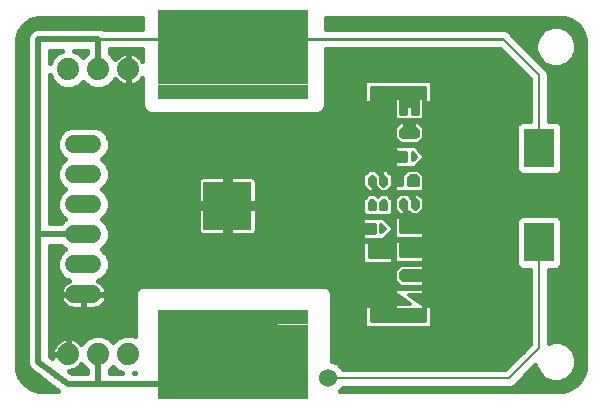
<source format=gbl>
G75*
G70*
%OFA0B0*%
%FSLAX24Y24*%
%IPPOS*%
%LPD*%
%AMOC8*
5,1,8,0,0,1.08239X$1,22.5*
%
%ADD10R,0.5000X0.2000*%
%ADD11R,0.4000X0.2000*%
%ADD12R,0.5000X0.2500*%
%ADD13R,0.5000X0.0500*%
%ADD14C,0.0600*%
%ADD15R,0.2000X0.2000*%
%ADD16R,0.1600X0.1600*%
%ADD17R,0.0984X0.1260*%
%ADD18C,0.0740*%
%ADD19C,0.0200*%
%ADD20C,0.0070*%
%ADD21C,0.0100*%
%ADD22C,0.0160*%
%ADD23C,0.0600*%
%ADD24C,0.0120*%
D10*
X008340Y011688D03*
D11*
X007840Y001688D03*
D12*
X008340Y001438D03*
X008340Y011938D03*
D13*
X008340Y010438D03*
X008340Y002938D03*
D14*
X003640Y003688D02*
X003040Y003688D01*
X003040Y004688D02*
X003640Y004688D01*
X003640Y005688D02*
X003040Y005688D01*
X003040Y006688D02*
X003640Y006688D01*
X003640Y007688D02*
X003040Y007688D01*
X003040Y008688D02*
X003640Y008688D01*
D15*
X008140Y011688D03*
X008140Y001588D03*
D16*
X008140Y006638D03*
D17*
X018540Y005414D03*
X018540Y008563D03*
D18*
X004840Y011188D03*
X003840Y011188D03*
X002840Y011188D03*
X002840Y001688D03*
X003840Y001688D03*
X004840Y001688D03*
D19*
X003840Y001688D02*
X003840Y000688D01*
X007840Y000688D01*
X003840Y000688D02*
X002840Y000688D01*
X001840Y001438D01*
X001840Y005688D01*
X003340Y005688D01*
X001840Y005688D02*
X001840Y012188D01*
X003840Y012188D01*
X003840Y011188D01*
D20*
X017340Y012188D02*
X018540Y010988D01*
X018540Y008563D01*
X018540Y005414D02*
X018540Y001888D01*
X017540Y000888D01*
X011490Y000888D01*
X008140Y000988D02*
X008140Y001588D01*
X008140Y000988D02*
X007840Y000688D01*
D21*
X003840Y012188D02*
X017340Y012188D01*
D22*
X001130Y001175D02*
X001211Y000926D01*
X001365Y000714D01*
X001578Y000560D01*
X001827Y000479D01*
X001958Y000468D01*
X002500Y000468D01*
X001650Y001106D01*
X001625Y001116D01*
X001590Y001151D01*
X001552Y001180D01*
X001537Y001203D01*
X001518Y001223D01*
X001499Y001268D01*
X001474Y001310D01*
X001471Y001337D01*
X001460Y001363D01*
X001460Y001411D01*
X001453Y001459D01*
X001460Y001486D01*
X001460Y005764D01*
X001460Y012113D01*
X001460Y012264D01*
X001518Y012404D01*
X001625Y012510D01*
X001764Y012568D01*
X003764Y012568D01*
X003916Y012568D01*
X004036Y012518D01*
X005310Y012518D01*
X005310Y012908D01*
X002014Y012908D01*
X001988Y012908D01*
X001958Y012908D01*
X001827Y012898D01*
X001578Y012817D01*
X001365Y012663D01*
X001211Y012451D01*
X001130Y012201D01*
X001120Y012070D01*
X001120Y001362D01*
X001120Y001349D01*
X001120Y001306D01*
X001130Y001175D01*
X001142Y001141D02*
X001600Y001141D01*
X001481Y001299D02*
X001121Y001299D01*
X001120Y001458D02*
X001453Y001458D01*
X001460Y001616D02*
X001120Y001616D01*
X001120Y001775D02*
X001460Y001775D01*
X001460Y001933D02*
X001120Y001933D01*
X001120Y002092D02*
X001460Y002092D01*
X001460Y002251D02*
X001120Y002251D01*
X001120Y002409D02*
X001460Y002409D01*
X001460Y002568D02*
X001120Y002568D01*
X001120Y002726D02*
X001460Y002726D01*
X001460Y002885D02*
X001120Y002885D01*
X001120Y003043D02*
X001460Y003043D01*
X001460Y003202D02*
X001120Y003202D01*
X001120Y003360D02*
X001460Y003360D01*
X001460Y003519D02*
X001120Y003519D01*
X001120Y003677D02*
X001460Y003677D01*
X001460Y003836D02*
X001120Y003836D01*
X001120Y003994D02*
X001460Y003994D01*
X001460Y004153D02*
X001120Y004153D01*
X001120Y004312D02*
X001460Y004312D01*
X001460Y004470D02*
X001120Y004470D01*
X001120Y004629D02*
X001460Y004629D01*
X001460Y004787D02*
X001120Y004787D01*
X001120Y004946D02*
X001460Y004946D01*
X001460Y005104D02*
X001120Y005104D01*
X001120Y005263D02*
X001460Y005263D01*
X001460Y005421D02*
X001120Y005421D01*
X001120Y005580D02*
X001460Y005580D01*
X001460Y005738D02*
X001120Y005738D01*
X001120Y005897D02*
X001460Y005897D01*
X001460Y006056D02*
X001120Y006056D01*
X001120Y006214D02*
X001460Y006214D01*
X001460Y006373D02*
X001120Y006373D01*
X001120Y006531D02*
X001460Y006531D01*
X001460Y006690D02*
X001120Y006690D01*
X001120Y006848D02*
X001460Y006848D01*
X001460Y007007D02*
X001120Y007007D01*
X001120Y007165D02*
X001460Y007165D01*
X001460Y007324D02*
X001120Y007324D01*
X001120Y007482D02*
X001460Y007482D01*
X001460Y007641D02*
X001120Y007641D01*
X001120Y007800D02*
X001460Y007800D01*
X001460Y007958D02*
X001120Y007958D01*
X001120Y008117D02*
X001460Y008117D01*
X001460Y008275D02*
X001120Y008275D01*
X001120Y008434D02*
X001460Y008434D01*
X001460Y008592D02*
X001120Y008592D01*
X001120Y008751D02*
X001460Y008751D01*
X001460Y008909D02*
X001120Y008909D01*
X001120Y009068D02*
X001460Y009068D01*
X001460Y009226D02*
X001120Y009226D01*
X001120Y009385D02*
X001460Y009385D01*
X001460Y009544D02*
X001120Y009544D01*
X001120Y009702D02*
X001460Y009702D01*
X001460Y009861D02*
X001120Y009861D01*
X001120Y010019D02*
X001460Y010019D01*
X001460Y010178D02*
X001120Y010178D01*
X001120Y010336D02*
X001460Y010336D01*
X001460Y010495D02*
X001120Y010495D01*
X001120Y010653D02*
X001460Y010653D01*
X001460Y010812D02*
X001120Y010812D01*
X001120Y010970D02*
X001460Y010970D01*
X001460Y011129D02*
X001120Y011129D01*
X001120Y011287D02*
X001460Y011287D01*
X001460Y011446D02*
X001120Y011446D01*
X001120Y011605D02*
X001460Y011605D01*
X001460Y011763D02*
X001120Y011763D01*
X001120Y011922D02*
X001460Y011922D01*
X001460Y012080D02*
X001121Y012080D01*
X001142Y012239D02*
X001460Y012239D01*
X001515Y012397D02*
X001194Y012397D01*
X001288Y012556D02*
X001734Y012556D01*
X001436Y012714D02*
X005310Y012714D01*
X005310Y012873D02*
X001750Y012873D01*
X002220Y011808D02*
X002638Y011808D01*
X002472Y011739D01*
X002289Y011557D01*
X002220Y011390D01*
X002220Y011808D01*
X002220Y011763D02*
X002529Y011763D01*
X002337Y011605D02*
X002220Y011605D01*
X002220Y011446D02*
X002243Y011446D01*
X002220Y010987D02*
X002289Y010820D01*
X002472Y010637D01*
X002711Y010538D01*
X002969Y010538D01*
X003208Y010637D01*
X003340Y010769D01*
X003472Y010637D01*
X003711Y010538D01*
X003969Y010538D01*
X004208Y010637D01*
X004391Y010820D01*
X004404Y010852D01*
X004420Y010830D01*
X004482Y010769D01*
X004552Y010718D01*
X004629Y010679D01*
X004711Y010652D01*
X004797Y010638D01*
X004820Y010638D01*
X004820Y011168D01*
X004860Y011168D01*
X004860Y010638D01*
X004883Y010638D01*
X004969Y010652D01*
X005051Y010679D01*
X005128Y010718D01*
X005198Y010769D01*
X005259Y010830D01*
X005310Y010900D01*
X005310Y009933D01*
X005353Y009830D01*
X005431Y009751D01*
X005534Y009708D01*
X011196Y009708D01*
X011299Y009751D01*
X011377Y009830D01*
X011420Y009933D01*
X011420Y011858D01*
X017224Y011858D01*
X018225Y010858D01*
X018225Y009473D01*
X017992Y009473D01*
X017889Y009430D01*
X017811Y009352D01*
X017768Y009249D01*
X017768Y007878D01*
X017811Y007775D01*
X017889Y007696D01*
X017992Y007653D01*
X019088Y007653D01*
X019191Y007696D01*
X019269Y007775D01*
X019312Y007878D01*
X019312Y009249D01*
X019269Y009352D01*
X019191Y009430D01*
X019088Y009473D01*
X018855Y009473D01*
X018855Y010926D01*
X018855Y011051D01*
X018807Y011167D01*
X017635Y012339D01*
X017620Y012375D01*
X017527Y012468D01*
X017406Y012518D01*
X011420Y012518D01*
X011420Y012908D01*
X019222Y012908D01*
X019353Y012898D01*
X019602Y012817D01*
X019815Y012663D01*
X019969Y012451D01*
X020050Y012201D01*
X020060Y012070D01*
X020060Y001306D01*
X020050Y001175D01*
X019969Y000926D01*
X019815Y000714D01*
X019602Y000560D01*
X019353Y000479D01*
X019222Y000468D01*
X019175Y000468D01*
X019166Y000468D01*
X011890Y000468D01*
X011982Y000560D01*
X011987Y000573D01*
X017477Y000573D01*
X017603Y000573D01*
X017718Y000621D01*
X018410Y001313D01*
X018410Y001303D01*
X018514Y001053D01*
X018705Y000862D01*
X018955Y000758D01*
X019225Y000758D01*
X019475Y000862D01*
X019666Y001053D01*
X019770Y001303D01*
X019770Y001574D01*
X019666Y001824D01*
X019475Y002015D01*
X019225Y002118D01*
X018955Y002118D01*
X018855Y002077D01*
X018855Y004504D01*
X019088Y004504D01*
X019191Y004546D01*
X019269Y004625D01*
X019312Y004728D01*
X019312Y006099D01*
X019269Y006202D01*
X019191Y006281D01*
X019088Y006323D01*
X017992Y006323D01*
X017889Y006281D01*
X017811Y006202D01*
X017768Y006099D01*
X017768Y004728D01*
X017811Y004625D01*
X017889Y004546D01*
X017992Y004504D01*
X018225Y004504D01*
X018225Y002019D01*
X017409Y001203D01*
X011987Y001203D01*
X011982Y001217D01*
X011819Y001380D01*
X011620Y001462D01*
X011620Y003133D01*
X011620Y003744D01*
X011577Y003847D01*
X011499Y003926D01*
X011396Y003968D01*
X005284Y003968D01*
X005181Y003926D01*
X005103Y003847D01*
X005060Y003744D01*
X005060Y003133D01*
X005060Y002301D01*
X004969Y002338D01*
X004711Y002338D01*
X004472Y002239D01*
X004340Y002108D01*
X004208Y002239D01*
X003969Y002338D01*
X003711Y002338D01*
X003472Y002239D01*
X003289Y002057D01*
X003276Y002024D01*
X003259Y002047D01*
X003198Y002108D01*
X003128Y002159D01*
X003051Y002198D01*
X002969Y002225D01*
X002883Y002238D01*
X002860Y002238D01*
X002860Y001709D01*
X002820Y001709D01*
X002820Y002238D01*
X002797Y002238D01*
X002711Y002225D01*
X002629Y002198D01*
X002552Y002159D01*
X002482Y002108D01*
X002420Y002047D01*
X002370Y001977D01*
X002330Y001899D01*
X002304Y001817D01*
X002290Y001732D01*
X002290Y001708D01*
X002820Y001708D01*
X002820Y001668D01*
X002290Y001668D01*
X002290Y001645D01*
X002302Y001566D01*
X002220Y001628D01*
X002220Y005308D01*
X002600Y005308D01*
X002711Y005197D01*
X002732Y005188D01*
X002711Y005180D01*
X002548Y005017D01*
X002460Y004804D01*
X002460Y004573D01*
X002548Y004360D01*
X002711Y004197D01*
X002861Y004135D01*
X002856Y004133D01*
X002788Y004099D01*
X002727Y004054D01*
X002674Y004001D01*
X002629Y003940D01*
X002595Y003873D01*
X002572Y003801D01*
X002560Y003726D01*
X002560Y003708D01*
X003320Y003708D01*
X003320Y003668D01*
X003360Y003668D01*
X003360Y003208D01*
X003678Y003208D01*
X003752Y003220D01*
X003824Y003244D01*
X003892Y003278D01*
X003953Y003322D01*
X004006Y003376D01*
X004051Y003437D01*
X004085Y003504D01*
X004108Y003576D01*
X004120Y003651D01*
X004120Y003668D01*
X003360Y003668D01*
X003360Y003708D01*
X004120Y003708D01*
X004120Y003726D01*
X004108Y003801D01*
X004085Y003873D01*
X004051Y003940D01*
X004006Y004001D01*
X003953Y004054D01*
X003892Y004099D01*
X003824Y004133D01*
X003819Y004135D01*
X003969Y004197D01*
X004132Y004360D01*
X004220Y004573D01*
X004220Y004804D01*
X004132Y005017D01*
X003969Y005180D01*
X003948Y005188D01*
X003969Y005197D01*
X004132Y005360D01*
X004220Y005573D01*
X004220Y005804D01*
X004132Y006017D01*
X003969Y006180D01*
X003948Y006188D01*
X003969Y006197D01*
X004132Y006360D01*
X004220Y006573D01*
X004220Y006804D01*
X004132Y007017D01*
X003969Y007180D01*
X003948Y007188D01*
X003969Y007197D01*
X004132Y007360D01*
X004220Y007573D01*
X004220Y007804D01*
X004132Y008017D01*
X003969Y008180D01*
X003948Y008188D01*
X003969Y008197D01*
X004132Y008360D01*
X004220Y008573D01*
X004220Y008804D01*
X004132Y009017D01*
X003969Y009180D01*
X003755Y009268D01*
X002925Y009268D01*
X002711Y009180D01*
X002548Y009017D01*
X002460Y008804D01*
X002460Y008573D01*
X002548Y008360D01*
X002711Y008197D01*
X002732Y008188D01*
X002711Y008180D01*
X002548Y008017D01*
X002460Y007804D01*
X002460Y007573D01*
X002548Y007360D01*
X002711Y007197D01*
X002732Y007188D01*
X002711Y007180D01*
X002548Y007017D01*
X002460Y006804D01*
X002460Y006573D01*
X002548Y006360D01*
X002711Y006197D01*
X002732Y006188D01*
X002711Y006180D01*
X002600Y006068D01*
X002220Y006068D01*
X002220Y010987D01*
X002220Y010970D02*
X002227Y010970D01*
X002220Y010812D02*
X002297Y010812D01*
X002220Y010653D02*
X002456Y010653D01*
X002220Y010495D02*
X005310Y010495D01*
X005310Y010653D02*
X004973Y010653D01*
X004860Y010653D02*
X004820Y010653D01*
X004707Y010653D02*
X004224Y010653D01*
X004383Y010812D02*
X004439Y010812D01*
X004820Y010812D02*
X004860Y010812D01*
X004860Y010970D02*
X004820Y010970D01*
X004820Y011129D02*
X004860Y011129D01*
X004860Y011209D02*
X004820Y011209D01*
X004820Y011738D01*
X004797Y011738D01*
X004711Y011725D01*
X004629Y011698D01*
X004552Y011659D01*
X004482Y011608D01*
X004420Y011547D01*
X004404Y011524D01*
X004391Y011557D01*
X004220Y011728D01*
X004220Y011858D01*
X005310Y011858D01*
X005310Y011477D01*
X005259Y011547D01*
X005198Y011608D01*
X005128Y011659D01*
X005051Y011698D01*
X004969Y011725D01*
X004883Y011738D01*
X004860Y011738D01*
X004860Y011209D01*
X004860Y011287D02*
X004820Y011287D01*
X004820Y011446D02*
X004860Y011446D01*
X004860Y011605D02*
X004820Y011605D01*
X004478Y011605D02*
X004343Y011605D01*
X004220Y011763D02*
X005310Y011763D01*
X005310Y011605D02*
X005202Y011605D01*
X005241Y010812D02*
X005310Y010812D01*
X005310Y010336D02*
X002220Y010336D01*
X002220Y010178D02*
X005310Y010178D01*
X005310Y010019D02*
X002220Y010019D01*
X002220Y009861D02*
X005340Y009861D01*
X004081Y009068D02*
X013500Y009068D01*
X013500Y009119D02*
X013500Y008866D01*
X013550Y008744D01*
X013569Y008725D01*
X013550Y008707D01*
X013500Y008585D01*
X013500Y008454D01*
X013550Y008333D01*
X013617Y008266D01*
X013550Y008199D01*
X013500Y008078D01*
X013500Y008025D01*
X013479Y008033D01*
X013348Y008033D01*
X013227Y007983D01*
X013224Y007980D01*
X013220Y007983D01*
X013099Y008033D01*
X012972Y008033D01*
X012841Y008033D01*
X012720Y007983D01*
X012500Y007764D01*
X012450Y007642D01*
X012450Y007511D01*
X012450Y007389D01*
X012450Y007258D01*
X012500Y007136D01*
X012583Y007054D01*
X012500Y006972D01*
X012450Y006851D01*
X012450Y006339D01*
X012482Y006262D01*
X012450Y006185D01*
X012450Y006054D01*
X012500Y005933D01*
X012567Y005866D01*
X012500Y005800D01*
X012450Y005678D01*
X012450Y005547D01*
X012482Y005470D01*
X012450Y005394D01*
X012450Y004755D01*
X012500Y004634D01*
X012593Y004541D01*
X012714Y004491D01*
X012846Y004491D01*
X013500Y004491D01*
X013500Y004368D01*
X013500Y004114D01*
X013550Y003993D01*
X013569Y003974D01*
X013550Y003955D01*
X013538Y003925D01*
X013519Y003897D01*
X013513Y003865D01*
X013500Y003834D01*
X013500Y003801D01*
X013494Y003768D01*
X013500Y003736D01*
X013500Y003703D01*
X013513Y003672D01*
X013519Y003639D01*
X013538Y003612D01*
X013550Y003582D01*
X013574Y003558D01*
X013592Y003530D01*
X013616Y003514D01*
X013550Y003448D01*
X013500Y003327D01*
X013500Y003196D01*
X013550Y003075D01*
X013596Y003028D01*
X013180Y003028D01*
X013180Y003256D01*
X013128Y003381D01*
X013033Y003477D01*
X012908Y003528D01*
X012772Y003528D01*
X012647Y003477D01*
X012552Y003381D01*
X012500Y003256D01*
X012500Y002756D01*
X012500Y002621D01*
X012552Y002496D01*
X012647Y002400D01*
X012772Y002348D01*
X014772Y002348D01*
X014908Y002348D01*
X015033Y002400D01*
X015128Y002496D01*
X015180Y002621D01*
X015180Y003256D01*
X015128Y003381D01*
X015033Y003477D01*
X014908Y003528D01*
X014817Y003528D01*
X014870Y003582D01*
X014921Y003703D01*
X014921Y003834D01*
X014889Y003911D01*
X014921Y003988D01*
X014921Y004119D01*
X014870Y004240D01*
X014804Y004307D01*
X014870Y004373D01*
X014921Y004495D01*
X014921Y004626D01*
X014889Y004703D01*
X014921Y004779D01*
X014921Y004911D01*
X014870Y005032D01*
X014778Y005125D01*
X014656Y005175D01*
X014160Y005175D01*
X014160Y005307D01*
X014656Y005307D01*
X014778Y005357D01*
X014870Y005450D01*
X014921Y005571D01*
X014921Y005703D01*
X014870Y005824D01*
X014778Y005917D01*
X014656Y005967D01*
X014160Y005967D01*
X014160Y006145D01*
X014271Y006099D01*
X014403Y006099D01*
X014529Y006099D01*
X014651Y006149D01*
X014744Y006242D01*
X014870Y006369D01*
X014921Y006490D01*
X014921Y006621D01*
X014921Y006875D01*
X014870Y006996D01*
X014851Y007015D01*
X014870Y007034D01*
X014921Y007155D01*
X014921Y007535D01*
X014921Y007667D01*
X014870Y007788D01*
X014744Y007915D01*
X014725Y007934D01*
X014778Y007986D01*
X014870Y008079D01*
X014921Y008200D01*
X014921Y008332D01*
X014870Y008453D01*
X014725Y008599D01*
X014744Y008617D01*
X014744Y008618D01*
X014870Y008744D01*
X014921Y008866D01*
X014921Y008997D01*
X014921Y009119D01*
X014921Y009250D01*
X014870Y009372D01*
X014851Y009390D01*
X014870Y009409D01*
X014921Y009531D01*
X014921Y009662D01*
X014921Y009854D01*
X015033Y009900D01*
X015128Y009996D01*
X015180Y010121D01*
X015180Y010756D01*
X015128Y010881D01*
X015033Y010977D01*
X014908Y011028D01*
X014772Y011028D01*
X012772Y011028D01*
X012647Y010977D01*
X012552Y010881D01*
X012500Y010756D01*
X012500Y010621D01*
X012500Y010121D01*
X012552Y009996D01*
X012647Y009900D01*
X012772Y009848D01*
X012908Y009848D01*
X013033Y009900D01*
X013128Y009996D01*
X013180Y010121D01*
X013180Y010348D01*
X013608Y010348D01*
X013550Y010290D01*
X013500Y010169D01*
X013500Y009531D01*
X013550Y009409D01*
X013569Y009390D01*
X013550Y009372D01*
X013500Y009250D01*
X013500Y009119D01*
X013500Y009226D02*
X003856Y009226D01*
X004176Y008909D02*
X013500Y008909D01*
X013548Y008751D02*
X004220Y008751D01*
X004220Y008592D02*
X013503Y008592D01*
X013508Y008434D02*
X004162Y008434D01*
X004047Y008275D02*
X013608Y008275D01*
X013516Y008117D02*
X004032Y008117D01*
X004156Y007958D02*
X012695Y007958D01*
X012536Y007800D02*
X004220Y007800D01*
X004220Y007641D02*
X012450Y007641D01*
X012450Y007482D02*
X009114Y007482D01*
X009120Y007462D02*
X009108Y007508D01*
X009084Y007549D01*
X009051Y007582D01*
X009009Y007606D01*
X008964Y007618D01*
X008220Y007618D01*
X008220Y006718D01*
X009120Y006718D01*
X009120Y007462D01*
X009120Y007324D02*
X012450Y007324D01*
X012488Y007165D02*
X009120Y007165D01*
X009120Y007007D02*
X012535Y007007D01*
X012450Y006848D02*
X009120Y006848D01*
X009120Y006558D02*
X008220Y006558D01*
X008220Y005658D01*
X008964Y005658D01*
X009009Y005671D01*
X009051Y005694D01*
X009084Y005728D01*
X009108Y005769D01*
X009120Y005815D01*
X009120Y006558D01*
X009120Y006531D02*
X012450Y006531D01*
X012450Y006373D02*
X009120Y006373D01*
X009120Y006214D02*
X012462Y006214D01*
X012450Y006056D02*
X009120Y006056D01*
X009120Y005897D02*
X012536Y005897D01*
X012475Y005738D02*
X009090Y005738D01*
X008220Y005738D02*
X008060Y005738D01*
X008060Y005658D02*
X008060Y006558D01*
X008220Y006558D01*
X008220Y006718D01*
X008060Y006718D01*
X008060Y006558D01*
X007160Y006558D01*
X007160Y005815D01*
X007172Y005769D01*
X007196Y005728D01*
X007229Y005694D01*
X007271Y005671D01*
X007316Y005658D01*
X008060Y005658D01*
X008060Y005897D02*
X008220Y005897D01*
X008220Y006056D02*
X008060Y006056D01*
X008060Y006214D02*
X008220Y006214D01*
X008220Y006373D02*
X008060Y006373D01*
X008060Y006531D02*
X008220Y006531D01*
X008220Y006690D02*
X012450Y006690D01*
X014160Y006056D02*
X017768Y006056D01*
X017768Y005897D02*
X014797Y005897D01*
X014906Y005738D02*
X017768Y005738D01*
X017768Y005580D02*
X014921Y005580D01*
X014842Y005421D02*
X017768Y005421D01*
X017768Y005263D02*
X014160Y005263D01*
X013500Y005263D02*
X013110Y005263D01*
X013110Y005283D02*
X013226Y005283D01*
X013353Y005283D01*
X013474Y005333D01*
X013500Y005359D01*
X013500Y005151D01*
X013110Y005151D01*
X013110Y005283D01*
X012450Y005263D02*
X004035Y005263D01*
X004044Y005104D02*
X012450Y005104D01*
X012450Y004946D02*
X004161Y004946D01*
X004220Y004787D02*
X012450Y004787D01*
X012506Y004629D02*
X004220Y004629D01*
X004177Y004470D02*
X013500Y004470D01*
X013500Y004312D02*
X004083Y004312D01*
X003863Y004153D02*
X013500Y004153D01*
X013550Y003994D02*
X004011Y003994D01*
X004097Y003836D02*
X005098Y003836D01*
X005060Y003677D02*
X003360Y003677D01*
X003320Y003677D02*
X002220Y003677D01*
X002220Y003519D02*
X002590Y003519D01*
X002595Y003504D02*
X002629Y003437D01*
X002674Y003376D01*
X002727Y003322D01*
X002788Y003278D01*
X002856Y003244D01*
X002928Y003220D01*
X003002Y003208D01*
X003320Y003208D01*
X003320Y003668D01*
X002560Y003668D01*
X002560Y003651D01*
X002572Y003576D01*
X002595Y003504D01*
X002689Y003360D02*
X002220Y003360D01*
X002220Y003202D02*
X005060Y003202D01*
X005060Y003043D02*
X002220Y003043D01*
X002220Y002885D02*
X005060Y002885D01*
X005060Y002726D02*
X002220Y002726D01*
X002220Y002568D02*
X005060Y002568D01*
X005060Y002409D02*
X002220Y002409D01*
X002220Y002251D02*
X003499Y002251D01*
X003324Y002092D02*
X003214Y002092D01*
X002860Y002092D02*
X002820Y002092D01*
X002820Y001933D02*
X002860Y001933D01*
X002860Y001775D02*
X002820Y001775D01*
X002466Y002092D02*
X002220Y002092D01*
X002220Y001933D02*
X002348Y001933D01*
X002297Y001775D02*
X002220Y001775D01*
X002236Y001616D02*
X002295Y001616D01*
X002873Y001138D02*
X002883Y001138D01*
X002969Y001152D01*
X003051Y001179D01*
X003128Y001218D01*
X003198Y001269D01*
X003259Y001330D01*
X003276Y001352D01*
X003289Y001320D01*
X003460Y001149D01*
X003460Y001068D01*
X002967Y001068D01*
X002873Y001138D01*
X002898Y001141D02*
X003460Y001141D01*
X003310Y001299D02*
X003229Y001299D01*
X004220Y001149D02*
X004220Y001068D01*
X004638Y001068D01*
X004472Y001137D01*
X004340Y001269D01*
X004220Y001149D01*
X004220Y001141D02*
X004468Y001141D01*
X005042Y001068D02*
X005060Y001076D01*
X005060Y001068D01*
X005042Y001068D01*
X004499Y002251D02*
X004181Y002251D01*
X003991Y003360D02*
X005060Y003360D01*
X005060Y003519D02*
X004090Y003519D01*
X003360Y003519D02*
X003320Y003519D01*
X003320Y003360D02*
X003360Y003360D01*
X002583Y003836D02*
X002220Y003836D01*
X002220Y003994D02*
X002669Y003994D01*
X002817Y004153D02*
X002220Y004153D01*
X002220Y004312D02*
X002597Y004312D01*
X002503Y004470D02*
X002220Y004470D01*
X002220Y004629D02*
X002460Y004629D01*
X002460Y004787D02*
X002220Y004787D01*
X002220Y004946D02*
X002519Y004946D01*
X002636Y005104D02*
X002220Y005104D01*
X002220Y005263D02*
X002645Y005263D01*
X002694Y006214D02*
X002220Y006214D01*
X002220Y006373D02*
X002543Y006373D01*
X002477Y006531D02*
X002220Y006531D01*
X002220Y006690D02*
X002460Y006690D01*
X002478Y006848D02*
X002220Y006848D01*
X002220Y007007D02*
X002544Y007007D01*
X002697Y007165D02*
X002220Y007165D01*
X002220Y007324D02*
X002584Y007324D01*
X002497Y007482D02*
X002220Y007482D01*
X002220Y007641D02*
X002460Y007641D01*
X002460Y007800D02*
X002220Y007800D01*
X002220Y007958D02*
X002524Y007958D01*
X002648Y008117D02*
X002220Y008117D01*
X002220Y008275D02*
X002633Y008275D01*
X002518Y008434D02*
X002220Y008434D01*
X002220Y008592D02*
X002460Y008592D01*
X002460Y008751D02*
X002220Y008751D01*
X002220Y008909D02*
X002504Y008909D01*
X002599Y009068D02*
X002220Y009068D01*
X002220Y009226D02*
X002824Y009226D01*
X002220Y009385D02*
X013564Y009385D01*
X013500Y009544D02*
X002220Y009544D01*
X002220Y009702D02*
X013500Y009702D01*
X013500Y009861D02*
X012937Y009861D01*
X012743Y009861D02*
X011390Y009861D01*
X011420Y010019D02*
X012542Y010019D01*
X012500Y010178D02*
X011420Y010178D01*
X011420Y010336D02*
X012500Y010336D01*
X012500Y010495D02*
X011420Y010495D01*
X011420Y010653D02*
X012500Y010653D01*
X012523Y010812D02*
X011420Y010812D01*
X011420Y010970D02*
X012641Y010970D01*
X013180Y010336D02*
X013596Y010336D01*
X013504Y010178D02*
X013180Y010178D01*
X013138Y010019D02*
X013500Y010019D01*
X014052Y010348D02*
X014369Y010348D01*
X014311Y010290D01*
X014265Y010180D01*
X014155Y010180D01*
X014110Y010290D01*
X014052Y010348D01*
X014064Y010336D02*
X014357Y010336D01*
X014937Y009861D02*
X018225Y009861D01*
X018225Y010019D02*
X015138Y010019D01*
X015180Y010178D02*
X018225Y010178D01*
X018225Y010336D02*
X015180Y010336D01*
X015180Y010495D02*
X018225Y010495D01*
X018225Y010653D02*
X015180Y010653D01*
X015157Y010812D02*
X018225Y010812D01*
X018112Y010970D02*
X015039Y010970D01*
X014921Y009702D02*
X018225Y009702D01*
X018225Y009544D02*
X014921Y009544D01*
X014857Y009385D02*
X017844Y009385D01*
X017768Y009226D02*
X014921Y009226D01*
X014921Y009068D02*
X017768Y009068D01*
X017768Y008909D02*
X014921Y008909D01*
X014873Y008751D02*
X017768Y008751D01*
X017768Y008592D02*
X014731Y008592D01*
X014878Y008434D02*
X017768Y008434D01*
X017768Y008275D02*
X014921Y008275D01*
X014886Y008117D02*
X017768Y008117D01*
X017768Y007958D02*
X014749Y007958D01*
X014859Y007800D02*
X017800Y007800D01*
X019280Y007800D02*
X020060Y007800D01*
X020060Y007958D02*
X019312Y007958D01*
X019312Y008117D02*
X020060Y008117D01*
X020060Y008275D02*
X019312Y008275D01*
X019312Y008434D02*
X020060Y008434D01*
X020060Y008592D02*
X019312Y008592D01*
X019312Y008751D02*
X020060Y008751D01*
X020060Y008909D02*
X019312Y008909D01*
X019312Y009068D02*
X020060Y009068D01*
X020060Y009226D02*
X019312Y009226D01*
X019236Y009385D02*
X020060Y009385D01*
X020060Y009544D02*
X018855Y009544D01*
X018855Y009702D02*
X020060Y009702D01*
X020060Y009861D02*
X018855Y009861D01*
X018855Y010019D02*
X020060Y010019D01*
X020060Y010178D02*
X018855Y010178D01*
X018855Y010336D02*
X020060Y010336D01*
X020060Y010495D02*
X018855Y010495D01*
X018855Y010653D02*
X020060Y010653D01*
X020060Y010812D02*
X018855Y010812D01*
X018855Y010970D02*
X020060Y010970D01*
X020060Y011129D02*
X018823Y011129D01*
X018884Y011287D02*
X018686Y011287D01*
X018705Y011362D02*
X018955Y011258D01*
X019225Y011258D01*
X019475Y011362D01*
X019666Y011553D01*
X019770Y011803D01*
X019770Y012074D01*
X019666Y012324D01*
X019475Y012515D01*
X019225Y012618D01*
X018955Y012618D01*
X018705Y012515D01*
X018514Y012324D01*
X018410Y012074D01*
X018410Y011803D01*
X018514Y011553D01*
X018705Y011362D01*
X018621Y011446D02*
X018528Y011446D01*
X018492Y011605D02*
X018369Y011605D01*
X018427Y011763D02*
X018211Y011763D01*
X018052Y011922D02*
X018410Y011922D01*
X018413Y012080D02*
X017894Y012080D01*
X017735Y012239D02*
X018478Y012239D01*
X018587Y012397D02*
X017598Y012397D01*
X017320Y011763D02*
X011420Y011763D01*
X011420Y011605D02*
X017478Y011605D01*
X017637Y011446D02*
X011420Y011446D01*
X011420Y011287D02*
X017795Y011287D01*
X017954Y011129D02*
X011420Y011129D01*
X011420Y012556D02*
X018804Y012556D01*
X019376Y012556D02*
X019892Y012556D01*
X019986Y012397D02*
X019593Y012397D01*
X019702Y012239D02*
X020038Y012239D01*
X020059Y012080D02*
X019767Y012080D01*
X019770Y011922D02*
X020060Y011922D01*
X020060Y011763D02*
X019753Y011763D01*
X019688Y011605D02*
X020060Y011605D01*
X020060Y011446D02*
X019559Y011446D01*
X019296Y011287D02*
X020060Y011287D01*
X019744Y012714D02*
X011420Y012714D01*
X011420Y012873D02*
X019430Y012873D01*
X020060Y007641D02*
X014921Y007641D01*
X014921Y007482D02*
X020060Y007482D01*
X020060Y007324D02*
X014921Y007324D01*
X014921Y007165D02*
X020060Y007165D01*
X020060Y007007D02*
X014860Y007007D01*
X014921Y006848D02*
X020060Y006848D01*
X020060Y006690D02*
X014921Y006690D01*
X014921Y006531D02*
X020060Y006531D01*
X020060Y006373D02*
X014872Y006373D01*
X014716Y006214D02*
X017823Y006214D01*
X019257Y006214D02*
X020060Y006214D01*
X020060Y006056D02*
X019312Y006056D01*
X019312Y005897D02*
X020060Y005897D01*
X020060Y005738D02*
X019312Y005738D01*
X019312Y005580D02*
X020060Y005580D01*
X020060Y005421D02*
X019312Y005421D01*
X019312Y005263D02*
X020060Y005263D01*
X020060Y005104D02*
X019312Y005104D01*
X019312Y004946D02*
X020060Y004946D01*
X020060Y004787D02*
X019312Y004787D01*
X019271Y004629D02*
X020060Y004629D01*
X020060Y004470D02*
X018855Y004470D01*
X018855Y004312D02*
X020060Y004312D01*
X020060Y004153D02*
X018855Y004153D01*
X018855Y003994D02*
X020060Y003994D01*
X020060Y003836D02*
X018855Y003836D01*
X018855Y003677D02*
X020060Y003677D01*
X020060Y003519D02*
X018855Y003519D01*
X018855Y003360D02*
X020060Y003360D01*
X020060Y003202D02*
X018855Y003202D01*
X018855Y003043D02*
X020060Y003043D01*
X020060Y002885D02*
X018855Y002885D01*
X018855Y002726D02*
X020060Y002726D01*
X020060Y002568D02*
X018855Y002568D01*
X018855Y002409D02*
X020060Y002409D01*
X020060Y002251D02*
X018855Y002251D01*
X018855Y002092D02*
X018891Y002092D01*
X019289Y002092D02*
X020060Y002092D01*
X020060Y001933D02*
X019557Y001933D01*
X019687Y001775D02*
X020060Y001775D01*
X020060Y001616D02*
X019752Y001616D01*
X019770Y001458D02*
X020060Y001458D01*
X020059Y001299D02*
X019768Y001299D01*
X019703Y001141D02*
X020038Y001141D01*
X019987Y000982D02*
X019595Y000982D01*
X019383Y000824D02*
X019894Y000824D01*
X019748Y000665D02*
X017762Y000665D01*
X017921Y000824D02*
X018797Y000824D01*
X018584Y000982D02*
X018079Y000982D01*
X018238Y001141D02*
X018477Y001141D01*
X018412Y001299D02*
X018396Y001299D01*
X017823Y001616D02*
X011620Y001616D01*
X011620Y001775D02*
X017981Y001775D01*
X018140Y001933D02*
X011620Y001933D01*
X011620Y002092D02*
X018225Y002092D01*
X018225Y002251D02*
X011620Y002251D01*
X011620Y002409D02*
X012638Y002409D01*
X012522Y002568D02*
X011620Y002568D01*
X011620Y002726D02*
X012500Y002726D01*
X012500Y002885D02*
X011620Y002885D01*
X011620Y003043D02*
X012500Y003043D01*
X012500Y003202D02*
X011620Y003202D01*
X011620Y003360D02*
X012543Y003360D01*
X012750Y003519D02*
X011620Y003519D01*
X011620Y003677D02*
X013511Y003677D01*
X013501Y003836D02*
X011582Y003836D01*
X012930Y003519D02*
X013610Y003519D01*
X013514Y003360D02*
X013137Y003360D01*
X013180Y003202D02*
X013500Y003202D01*
X013582Y003043D02*
X013180Y003043D01*
X014930Y003519D02*
X018225Y003519D01*
X018225Y003677D02*
X014910Y003677D01*
X014920Y003836D02*
X018225Y003836D01*
X018225Y003994D02*
X014921Y003994D01*
X014906Y004153D02*
X018225Y004153D01*
X018225Y004312D02*
X014808Y004312D01*
X014910Y004470D02*
X018225Y004470D01*
X017809Y004629D02*
X014920Y004629D01*
X014921Y004787D02*
X017768Y004787D01*
X017768Y004946D02*
X014906Y004946D01*
X014798Y005104D02*
X017768Y005104D01*
X018225Y003360D02*
X015137Y003360D01*
X015180Y003202D02*
X018225Y003202D01*
X018225Y003043D02*
X015180Y003043D01*
X015180Y002885D02*
X018225Y002885D01*
X018225Y002726D02*
X015180Y002726D01*
X015158Y002568D02*
X018225Y002568D01*
X018225Y002409D02*
X015041Y002409D01*
X017505Y001299D02*
X011899Y001299D01*
X011631Y001458D02*
X017664Y001458D01*
X019439Y000507D02*
X011928Y000507D01*
X012462Y005421D02*
X004157Y005421D01*
X004220Y005580D02*
X012450Y005580D01*
X008220Y006848D02*
X008060Y006848D01*
X008060Y006718D02*
X008060Y007618D01*
X007316Y007618D01*
X007271Y007606D01*
X007229Y007582D01*
X007196Y007549D01*
X007172Y007508D01*
X007160Y007462D01*
X007160Y006718D01*
X008060Y006718D01*
X008060Y006690D02*
X004220Y006690D01*
X004202Y006848D02*
X007160Y006848D01*
X007160Y007007D02*
X004136Y007007D01*
X003983Y007165D02*
X007160Y007165D01*
X007160Y007324D02*
X004096Y007324D01*
X004182Y007482D02*
X007166Y007482D01*
X008060Y007482D02*
X008220Y007482D01*
X008220Y007324D02*
X008060Y007324D01*
X008060Y007165D02*
X008220Y007165D01*
X008220Y007007D02*
X008060Y007007D01*
X007160Y006531D02*
X004203Y006531D01*
X004137Y006373D02*
X007160Y006373D01*
X007160Y006214D02*
X003986Y006214D01*
X004093Y006056D02*
X007160Y006056D01*
X007160Y005897D02*
X004181Y005897D01*
X004220Y005738D02*
X007190Y005738D01*
X001815Y000982D02*
X001193Y000982D01*
X001286Y000824D02*
X002026Y000824D01*
X002238Y000665D02*
X001432Y000665D01*
X001741Y000507D02*
X002449Y000507D01*
X003224Y010653D02*
X003456Y010653D01*
X003340Y011608D02*
X003460Y011728D01*
X003460Y011808D01*
X003042Y011808D01*
X003208Y011739D01*
X003340Y011608D01*
X003460Y011763D02*
X003151Y011763D01*
X003946Y012556D02*
X005310Y012556D01*
D23*
X011490Y000888D03*
D24*
X012340Y002188D02*
X015340Y002188D01*
X015340Y011188D01*
X012340Y011188D01*
X012340Y002188D01*
X012340Y002283D02*
X015340Y002283D01*
X015340Y002402D02*
X012340Y002402D01*
X012340Y002520D02*
X015340Y002520D01*
X015340Y002639D02*
X014960Y002639D01*
X014960Y003238D01*
X014890Y003308D01*
X014790Y003308D01*
X014720Y003238D01*
X014720Y002808D01*
X012960Y002808D01*
X012960Y003238D01*
X012890Y003308D01*
X012790Y003308D01*
X012720Y003238D01*
X012720Y002738D01*
X012720Y002639D01*
X012340Y002639D01*
X012340Y002757D02*
X012720Y002757D01*
X012720Y002639D02*
X012790Y002568D01*
X014790Y002568D01*
X014890Y002568D01*
X014960Y002639D01*
X014960Y002757D02*
X015340Y002757D01*
X015340Y002876D02*
X014960Y002876D01*
X014960Y002994D02*
X015340Y002994D01*
X015340Y003113D02*
X014960Y003113D01*
X014960Y003231D02*
X015340Y003231D01*
X015340Y003350D02*
X014658Y003350D01*
X014661Y003347D02*
X014636Y003371D01*
X014624Y003371D01*
X014193Y003659D01*
X014636Y003659D01*
X014701Y003723D01*
X014701Y003814D01*
X014636Y003879D01*
X013863Y003879D01*
X013853Y003885D01*
X013819Y003879D01*
X013784Y003879D01*
X013776Y003870D01*
X013764Y003867D01*
X013745Y003839D01*
X013720Y003814D01*
X013720Y003802D01*
X013713Y003792D01*
X013720Y003758D01*
X013720Y003723D01*
X013729Y003714D01*
X013731Y003702D01*
X013760Y003683D01*
X013784Y003659D01*
X013797Y003659D01*
X014227Y003371D01*
X013784Y003371D01*
X013720Y003307D01*
X013720Y003216D01*
X013784Y003151D01*
X014557Y003151D01*
X014567Y003145D01*
X014602Y003151D01*
X014636Y003151D01*
X014645Y003160D01*
X014657Y003163D01*
X014676Y003191D01*
X014701Y003216D01*
X014701Y003228D01*
X014707Y003238D01*
X014701Y003272D01*
X014701Y003307D01*
X014692Y003316D01*
X014690Y003328D01*
X014661Y003347D01*
X014703Y003231D02*
X014720Y003231D01*
X014720Y003113D02*
X012960Y003113D01*
X012960Y003231D02*
X013720Y003231D01*
X013763Y003350D02*
X012340Y003350D01*
X012340Y003469D02*
X014082Y003469D01*
X013904Y003587D02*
X012340Y003587D01*
X012340Y003706D02*
X013730Y003706D01*
X013730Y003824D02*
X012340Y003824D01*
X012340Y003943D02*
X015340Y003943D01*
X015340Y004061D02*
X014701Y004061D01*
X014701Y004099D02*
X014636Y004163D01*
X014002Y004163D01*
X013940Y004226D01*
X013940Y004388D01*
X014002Y004450D01*
X014636Y004450D01*
X014701Y004515D01*
X014701Y004606D01*
X014636Y004670D01*
X013911Y004670D01*
X013847Y004606D01*
X013720Y004479D01*
X013720Y004388D01*
X013720Y004134D01*
X013784Y004070D01*
X013911Y003943D01*
X014002Y003943D01*
X014636Y003943D01*
X014701Y004008D01*
X014701Y004099D01*
X014691Y003824D02*
X015340Y003824D01*
X015340Y003706D02*
X014683Y003706D01*
X014478Y003469D02*
X015340Y003469D01*
X015340Y003587D02*
X014300Y003587D01*
X013793Y004061D02*
X012340Y004061D01*
X012340Y004180D02*
X013720Y004180D01*
X013720Y004298D02*
X012340Y004298D01*
X012340Y004417D02*
X013720Y004417D01*
X013776Y004535D02*
X012340Y004535D01*
X012340Y004654D02*
X013895Y004654D01*
X013876Y004735D02*
X014636Y004735D01*
X014701Y004800D01*
X014701Y004891D01*
X014636Y004955D01*
X013940Y004955D01*
X013940Y005398D01*
X013876Y005462D01*
X013784Y005462D01*
X013720Y005398D01*
X013720Y004800D01*
X013784Y004735D01*
X013876Y004735D01*
X013747Y004773D02*
X013648Y004773D01*
X013651Y004775D02*
X013651Y004866D01*
X013586Y004931D01*
X012890Y004931D01*
X012890Y005374D01*
X012826Y005438D01*
X012734Y005438D01*
X012670Y005374D01*
X012670Y004775D01*
X012734Y004711D01*
X012826Y004711D01*
X013586Y004711D01*
X013651Y004775D01*
X013626Y004891D02*
X013720Y004891D01*
X013720Y005010D02*
X012890Y005010D01*
X012890Y005128D02*
X013720Y005128D01*
X013720Y005247D02*
X012890Y005247D01*
X012890Y005365D02*
X013720Y005365D01*
X013784Y005527D02*
X013720Y005591D01*
X013720Y006190D01*
X013784Y006254D01*
X013876Y006254D01*
X013940Y006190D01*
X013940Y005747D01*
X014636Y005747D01*
X014701Y005683D01*
X014701Y005591D01*
X014636Y005527D01*
X013876Y005527D01*
X013784Y005527D01*
X013720Y005602D02*
X013432Y005602D01*
X013333Y005503D02*
X013586Y005756D01*
X013651Y005821D01*
X013651Y005912D01*
X013397Y006165D01*
X013333Y006230D01*
X013206Y006230D01*
X013115Y006230D01*
X012734Y006230D01*
X012670Y006165D01*
X012670Y006074D01*
X012734Y006010D01*
X013050Y006010D01*
X013050Y005723D01*
X012734Y005723D01*
X012670Y005658D01*
X012670Y005567D01*
X012734Y005503D01*
X013115Y005503D01*
X013206Y005503D01*
X013241Y005503D01*
X013333Y005503D01*
X013270Y005751D02*
X013270Y005981D01*
X013385Y005866D01*
X013270Y005751D01*
X013270Y005839D02*
X013358Y005839D01*
X013293Y005958D02*
X013270Y005958D01*
X013050Y005958D02*
X012340Y005958D01*
X012340Y006076D02*
X012670Y006076D01*
X012700Y006195D02*
X012340Y006195D01*
X012340Y006314D02*
X012715Y006314D01*
X012734Y006295D02*
X012670Y006359D01*
X012670Y006830D01*
X012734Y006895D01*
X012861Y007022D01*
X012952Y007022D01*
X013079Y007022D01*
X013144Y006957D01*
X013160Y006940D01*
X013241Y007022D01*
X013333Y007022D01*
X013459Y007022D01*
X013524Y006957D01*
X013651Y006830D01*
X013651Y006739D01*
X013651Y006359D01*
X013586Y006295D01*
X013495Y006295D01*
X013206Y006295D01*
X013115Y006295D01*
X012826Y006295D01*
X012734Y006295D01*
X012670Y006432D02*
X012340Y006432D01*
X012340Y006551D02*
X012670Y006551D01*
X012670Y006669D02*
X012340Y006669D01*
X012340Y006788D02*
X012670Y006788D01*
X012746Y006906D02*
X012340Y006906D01*
X012340Y007025D02*
X013890Y007025D01*
X013911Y007046D02*
X013784Y006919D01*
X013720Y006855D01*
X013720Y006601D01*
X013720Y006510D01*
X013911Y006319D01*
X014002Y006319D01*
X014067Y006383D01*
X014067Y006474D01*
X013940Y006601D01*
X013940Y006764D01*
X014002Y006826D01*
X014038Y006826D01*
X014100Y006764D01*
X014100Y006510D01*
X014165Y006446D01*
X014291Y006319D01*
X014383Y006319D01*
X014509Y006319D01*
X014574Y006383D01*
X014701Y006510D01*
X014701Y006601D01*
X014701Y006855D01*
X014636Y006919D01*
X014509Y007046D01*
X014418Y007046D01*
X014354Y006981D01*
X014354Y006890D01*
X014481Y006764D01*
X014481Y006601D01*
X014418Y006539D01*
X014383Y006539D01*
X014320Y006601D01*
X014320Y006764D01*
X014320Y006855D01*
X014194Y006981D01*
X014129Y007046D01*
X014002Y007046D01*
X013911Y007046D01*
X013784Y007111D02*
X013720Y007175D01*
X013720Y007266D01*
X013784Y007331D01*
X013974Y007331D01*
X013974Y007647D01*
X014038Y007711D01*
X014165Y007838D01*
X014256Y007838D01*
X014509Y007838D01*
X014574Y007773D01*
X014701Y007647D01*
X014701Y007555D01*
X014701Y007175D01*
X014636Y007111D01*
X014545Y007111D01*
X014129Y007111D01*
X014038Y007111D01*
X013784Y007111D01*
X013752Y007143D02*
X013516Y007143D01*
X013524Y007151D02*
X013651Y007278D01*
X013651Y007369D01*
X013651Y007622D01*
X013586Y007687D01*
X013459Y007813D01*
X013368Y007813D01*
X013304Y007749D01*
X013304Y007658D01*
X013431Y007531D01*
X013431Y007369D01*
X013368Y007306D01*
X013333Y007306D01*
X013270Y007369D01*
X013270Y007531D01*
X013270Y007622D01*
X013144Y007749D01*
X013079Y007813D01*
X012952Y007813D01*
X012861Y007813D01*
X012670Y007622D01*
X012670Y007531D01*
X012670Y007369D01*
X012670Y007278D01*
X012861Y007086D01*
X012952Y007086D01*
X013017Y007151D01*
X013017Y007242D01*
X012890Y007369D01*
X012890Y007531D01*
X012952Y007594D01*
X012988Y007594D01*
X013050Y007531D01*
X013050Y007278D01*
X013115Y007213D01*
X013241Y007086D01*
X013333Y007086D01*
X013459Y007086D01*
X013524Y007151D01*
X013635Y007262D02*
X013720Y007262D01*
X013651Y007380D02*
X013974Y007380D01*
X013974Y007499D02*
X013651Y007499D01*
X013651Y007618D02*
X013974Y007618D01*
X014063Y007736D02*
X013537Y007736D01*
X013344Y007618D02*
X013270Y007618D01*
X013270Y007499D02*
X013431Y007499D01*
X013431Y007380D02*
X013270Y007380D01*
X013050Y007380D02*
X012890Y007380D01*
X012890Y007499D02*
X013050Y007499D01*
X013156Y007736D02*
X013304Y007736D01*
X013720Y007967D02*
X013784Y007903D01*
X014165Y007903D01*
X014256Y007903D01*
X014291Y007903D01*
X014383Y007903D01*
X014636Y008156D01*
X014701Y008221D01*
X014701Y008312D01*
X014447Y008565D01*
X014383Y008630D01*
X014256Y008630D01*
X014165Y008630D01*
X013784Y008630D01*
X013720Y008565D01*
X013720Y008474D01*
X013784Y008410D01*
X014100Y008410D01*
X014100Y008123D01*
X013784Y008123D01*
X013720Y008058D01*
X013720Y007967D01*
X013720Y007973D02*
X012340Y007973D01*
X012340Y007855D02*
X015340Y007855D01*
X015340Y007973D02*
X014453Y007973D01*
X014572Y008092D02*
X015340Y008092D01*
X015340Y008210D02*
X014690Y008210D01*
X014683Y008329D02*
X015340Y008329D01*
X015340Y008447D02*
X014565Y008447D01*
X014446Y008566D02*
X015340Y008566D01*
X015340Y008684D02*
X012340Y008684D01*
X012340Y008566D02*
X013721Y008566D01*
X013747Y008447D02*
X012340Y008447D01*
X012340Y008329D02*
X014100Y008329D01*
X014100Y008210D02*
X012340Y008210D01*
X012340Y008092D02*
X013754Y008092D01*
X014320Y008151D02*
X014320Y008381D01*
X014435Y008266D01*
X014320Y008151D01*
X014320Y008210D02*
X014379Y008210D01*
X014372Y008329D02*
X014320Y008329D01*
X014509Y008694D02*
X014002Y008694D01*
X013911Y008694D01*
X013784Y008821D01*
X013720Y008886D01*
X013720Y009139D01*
X013720Y009230D01*
X013911Y009421D01*
X014002Y009421D01*
X014067Y009357D01*
X014067Y009266D01*
X013940Y009139D01*
X013940Y008977D01*
X014002Y008914D01*
X014418Y008914D01*
X014481Y008977D01*
X014481Y009139D01*
X014354Y009266D01*
X014354Y009357D01*
X014418Y009421D01*
X014509Y009421D01*
X014701Y009230D01*
X014701Y009139D01*
X014701Y008977D01*
X014701Y008886D01*
X014574Y008759D01*
X014574Y008759D01*
X014509Y008694D01*
X014618Y008803D02*
X015340Y008803D01*
X015340Y008922D02*
X014701Y008922D01*
X014701Y009040D02*
X015340Y009040D01*
X015340Y009159D02*
X014701Y009159D01*
X014654Y009277D02*
X015340Y009277D01*
X015340Y009396D02*
X014535Y009396D01*
X014636Y009486D02*
X014701Y009551D01*
X014701Y009642D01*
X014701Y010149D01*
X014636Y010213D01*
X014545Y010213D01*
X014481Y010149D01*
X014481Y009706D01*
X014320Y009706D01*
X014320Y009895D01*
X014256Y009960D01*
X014165Y009960D01*
X014100Y009895D01*
X014100Y009706D01*
X013940Y009706D01*
X013940Y010149D01*
X013876Y010213D01*
X013784Y010213D01*
X013720Y010149D01*
X013720Y009551D01*
X013784Y009486D01*
X013876Y009486D01*
X014165Y009486D01*
X014256Y009486D01*
X014636Y009486D01*
X014664Y009514D02*
X015340Y009514D01*
X015340Y009633D02*
X014701Y009633D01*
X014701Y009751D02*
X015340Y009751D01*
X015340Y009870D02*
X014701Y009870D01*
X014701Y009988D02*
X015340Y009988D01*
X015340Y010107D02*
X014928Y010107D01*
X014960Y010139D02*
X014960Y010738D01*
X014890Y010808D01*
X014790Y010808D01*
X012790Y010808D01*
X012720Y010738D01*
X012720Y010639D01*
X012720Y010139D01*
X012790Y010068D01*
X012890Y010068D01*
X012960Y010139D01*
X012960Y010568D01*
X014720Y010568D01*
X014720Y010139D01*
X014790Y010068D01*
X014890Y010068D01*
X014960Y010139D01*
X014960Y010226D02*
X015340Y010226D01*
X015340Y010344D02*
X014960Y010344D01*
X014960Y010463D02*
X015340Y010463D01*
X015340Y010581D02*
X014960Y010581D01*
X014960Y010700D02*
X015340Y010700D01*
X015340Y010818D02*
X012340Y010818D01*
X012340Y010700D02*
X012720Y010700D01*
X012720Y010581D02*
X012340Y010581D01*
X012340Y010463D02*
X012720Y010463D01*
X012720Y010344D02*
X012340Y010344D01*
X012340Y010226D02*
X012720Y010226D01*
X012752Y010107D02*
X012340Y010107D01*
X012340Y009988D02*
X013720Y009988D01*
X013720Y009870D02*
X012340Y009870D01*
X012340Y009751D02*
X013720Y009751D01*
X013720Y009633D02*
X012340Y009633D01*
X012340Y009514D02*
X013756Y009514D01*
X013885Y009396D02*
X012340Y009396D01*
X012340Y009277D02*
X013767Y009277D01*
X013720Y009159D02*
X012340Y009159D01*
X012340Y009040D02*
X013720Y009040D01*
X013720Y008922D02*
X012340Y008922D01*
X012340Y008803D02*
X013803Y008803D01*
X013995Y008922D02*
X014425Y008922D01*
X014481Y009040D02*
X013940Y009040D01*
X013959Y009159D02*
X014461Y009159D01*
X014354Y009277D02*
X014067Y009277D01*
X014028Y009396D02*
X014393Y009396D01*
X014320Y009751D02*
X014481Y009751D01*
X014481Y009870D02*
X014320Y009870D01*
X014481Y009988D02*
X013940Y009988D01*
X013940Y009870D02*
X014100Y009870D01*
X014100Y009751D02*
X013940Y009751D01*
X013940Y010107D02*
X014481Y010107D01*
X014701Y010107D02*
X014752Y010107D01*
X014720Y010226D02*
X012960Y010226D01*
X012960Y010344D02*
X014720Y010344D01*
X014720Y010463D02*
X012960Y010463D01*
X012928Y010107D02*
X013720Y010107D01*
X012340Y010937D02*
X015340Y010937D01*
X015340Y011055D02*
X012340Y011055D01*
X012340Y011174D02*
X015340Y011174D01*
X015340Y007736D02*
X014611Y007736D01*
X014701Y007618D02*
X015340Y007618D01*
X015340Y007499D02*
X014701Y007499D01*
X014701Y007380D02*
X015340Y007380D01*
X015340Y007262D02*
X014701Y007262D01*
X014669Y007143D02*
X015340Y007143D01*
X015340Y007025D02*
X014530Y007025D01*
X014397Y007025D02*
X014150Y007025D01*
X014269Y006906D02*
X014354Y006906D01*
X014320Y006788D02*
X014456Y006788D01*
X014481Y006669D02*
X014320Y006669D01*
X014371Y006551D02*
X014430Y006551D01*
X014623Y006432D02*
X015340Y006432D01*
X015340Y006314D02*
X013605Y006314D01*
X013651Y006432D02*
X013798Y006432D01*
X013720Y006551D02*
X013651Y006551D01*
X013651Y006669D02*
X013720Y006669D01*
X013720Y006788D02*
X013651Y006788D01*
X013575Y006906D02*
X013772Y006906D01*
X013964Y006788D02*
X014076Y006788D01*
X014100Y006669D02*
X013940Y006669D01*
X013990Y006551D02*
X014100Y006551D01*
X014067Y006432D02*
X014178Y006432D01*
X013935Y006195D02*
X015340Y006195D01*
X015340Y006076D02*
X013940Y006076D01*
X013940Y005958D02*
X015340Y005958D01*
X015340Y005839D02*
X013940Y005839D01*
X013720Y005839D02*
X013651Y005839D01*
X013604Y005958D02*
X013720Y005958D01*
X013720Y006076D02*
X013486Y006076D01*
X013367Y006195D02*
X013725Y006195D01*
X013431Y006515D02*
X013270Y006515D01*
X013270Y006739D01*
X013333Y006802D01*
X013368Y006802D01*
X013431Y006739D01*
X013431Y006515D01*
X013431Y006551D02*
X013270Y006551D01*
X013270Y006669D02*
X013431Y006669D01*
X013382Y006788D02*
X013319Y006788D01*
X013050Y006739D02*
X013050Y006515D01*
X012890Y006515D01*
X012890Y006739D01*
X012952Y006802D01*
X012988Y006802D01*
X013050Y006739D01*
X013002Y006788D02*
X012938Y006788D01*
X012890Y006669D02*
X013050Y006669D01*
X013050Y006551D02*
X012890Y006551D01*
X012804Y007143D02*
X012340Y007143D01*
X012340Y007262D02*
X012686Y007262D01*
X012670Y007380D02*
X012340Y007380D01*
X012340Y007499D02*
X012670Y007499D01*
X012670Y007618D02*
X012340Y007618D01*
X012340Y007736D02*
X012784Y007736D01*
X012997Y007262D02*
X013066Y007262D01*
X013009Y007143D02*
X013185Y007143D01*
X014194Y007331D02*
X014194Y007555D01*
X014256Y007618D01*
X014418Y007618D01*
X014481Y007555D01*
X014481Y007331D01*
X014194Y007331D01*
X014194Y007380D02*
X014481Y007380D01*
X014481Y007499D02*
X014194Y007499D01*
X014256Y007618D02*
X014419Y007618D01*
X014649Y006906D02*
X015340Y006906D01*
X015340Y006788D02*
X014701Y006788D01*
X014701Y006669D02*
X015340Y006669D01*
X015340Y006551D02*
X014701Y006551D01*
X014662Y005721D02*
X015340Y005721D01*
X015340Y005602D02*
X014701Y005602D01*
X015340Y005484D02*
X012340Y005484D01*
X012340Y005602D02*
X012670Y005602D01*
X012733Y005721D02*
X012340Y005721D01*
X012340Y005839D02*
X013050Y005839D01*
X013551Y005721D02*
X013720Y005721D01*
X013940Y005365D02*
X015340Y005365D01*
X015340Y005247D02*
X013940Y005247D01*
X013940Y005128D02*
X015340Y005128D01*
X015340Y005010D02*
X013940Y005010D01*
X013969Y004417D02*
X015340Y004417D01*
X015340Y004535D02*
X014701Y004535D01*
X014653Y004654D02*
X015340Y004654D01*
X015340Y004773D02*
X014674Y004773D01*
X014700Y004891D02*
X015340Y004891D01*
X015340Y004298D02*
X013940Y004298D01*
X013986Y004180D02*
X015340Y004180D01*
X014720Y002994D02*
X012960Y002994D01*
X012960Y002876D02*
X014720Y002876D01*
X012720Y002876D02*
X012340Y002876D01*
X012340Y002994D02*
X012720Y002994D01*
X012720Y003113D02*
X012340Y003113D01*
X012340Y003231D02*
X012720Y003231D01*
X012673Y004773D02*
X012340Y004773D01*
X012340Y004891D02*
X012670Y004891D01*
X012670Y005010D02*
X012340Y005010D01*
X012340Y005128D02*
X012670Y005128D01*
X012670Y005247D02*
X012340Y005247D01*
X012340Y005365D02*
X012670Y005365D01*
M02*

</source>
